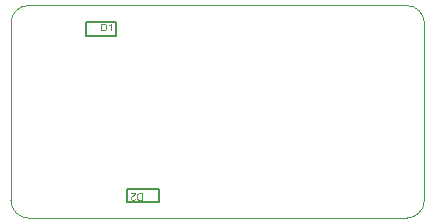
<source format=gbr>
G04*
G04 #@! TF.GenerationSoftware,Altium Limited,Altium Designer,23.1.1 (15)*
G04*
G04 Layer_Color=16711935*
%FSLAX25Y25*%
%MOIN*%
G70*
G04*
G04 #@! TF.SameCoordinates,1495F0C7-D67D-4403-963C-54D1E027F531*
G04*
G04*
G04 #@! TF.FilePolarity,Positive*
G04*
G01*
G75*
%ADD14C,0.00787*%
%ADD63C,0.00394*%
G36*
X417500Y298722D02*
X416532D01*
X416466Y298726D01*
X416393Y298729D01*
X416321Y298737D01*
X416248Y298748D01*
X416186Y298759D01*
X416182D01*
X416175Y298762D01*
X416164D01*
X416150Y298770D01*
X416110Y298780D01*
X416059Y298799D01*
X416000Y298824D01*
X415938Y298857D01*
X415877Y298893D01*
X415818Y298941D01*
X415815Y298944D01*
X415811Y298948D01*
X415800Y298959D01*
X415786Y298970D01*
X415749Y299006D01*
X415705Y299057D01*
X415658Y299119D01*
X415607Y299192D01*
X415560Y299275D01*
X415520Y299370D01*
Y299374D01*
X415516Y299381D01*
X415509Y299396D01*
X415505Y299417D01*
X415494Y299443D01*
X415487Y299472D01*
X415480Y299505D01*
X415469Y299545D01*
X415458Y299585D01*
X415451Y299632D01*
X415433Y299734D01*
X415422Y299847D01*
X415418Y299971D01*
Y299974D01*
Y299982D01*
Y300000D01*
Y300018D01*
X415422Y300044D01*
Y300073D01*
X415425Y300142D01*
X415436Y300222D01*
X415447Y300306D01*
X415465Y300393D01*
X415487Y300480D01*
Y300484D01*
X415491Y300491D01*
X415494Y300502D01*
X415498Y300517D01*
X415513Y300557D01*
X415534Y300608D01*
X415556Y300666D01*
X415585Y300724D01*
X415622Y300786D01*
X415658Y300844D01*
X415662Y300852D01*
X415676Y300870D01*
X415698Y300895D01*
X415727Y300928D01*
X415760Y300964D01*
X415800Y301001D01*
X415840Y301041D01*
X415887Y301074D01*
X415895Y301077D01*
X415909Y301088D01*
X415935Y301103D01*
X415971Y301121D01*
X416015Y301143D01*
X416066Y301161D01*
X416124Y301183D01*
X416190Y301201D01*
X416197D01*
X416208Y301205D01*
X416219Y301208D01*
X416255Y301212D01*
X416306Y301219D01*
X416364Y301227D01*
X416433Y301234D01*
X416510Y301238D01*
X416594Y301241D01*
X417500D01*
Y298722D01*
D02*
G37*
G36*
X415130Y301238D02*
Y301223D01*
Y301201D01*
X415127Y301172D01*
X415123Y301139D01*
X415116Y301103D01*
X415108Y301066D01*
X415094Y301026D01*
Y301023D01*
X415090Y301019D01*
X415083Y300997D01*
X415068Y300964D01*
X415047Y300921D01*
X415018Y300870D01*
X414981Y300812D01*
X414941Y300753D01*
X414890Y300692D01*
Y300688D01*
X414883Y300684D01*
X414865Y300662D01*
X414832Y300630D01*
X414785Y300582D01*
X414730Y300528D01*
X414661Y300462D01*
X414577Y300389D01*
X414486Y300313D01*
X414482Y300309D01*
X414468Y300298D01*
X414446Y300280D01*
X414421Y300258D01*
X414388Y300229D01*
X414348Y300196D01*
X414308Y300160D01*
X414260Y300120D01*
X414169Y300033D01*
X414078Y299945D01*
X414035Y299902D01*
X413995Y299858D01*
X413958Y299818D01*
X413929Y299778D01*
Y299774D01*
X413922Y299771D01*
X413915Y299760D01*
X413907Y299745D01*
X413882Y299705D01*
X413853Y299658D01*
X413827Y299600D01*
X413802Y299538D01*
X413787Y299468D01*
X413780Y299403D01*
Y299399D01*
Y299396D01*
X413784Y299374D01*
X413787Y299337D01*
X413798Y299297D01*
X413813Y299246D01*
X413838Y299195D01*
X413871Y299145D01*
X413915Y299094D01*
X413922Y299086D01*
X413940Y299072D01*
X413966Y299054D01*
X414006Y299028D01*
X414057Y299006D01*
X414115Y298984D01*
X414184Y298970D01*
X414260Y298966D01*
X414282D01*
X414297Y298970D01*
X414340Y298973D01*
X414391Y298984D01*
X414446Y298999D01*
X414508Y299024D01*
X414566Y299057D01*
X414621Y299101D01*
X414628Y299108D01*
X414643Y299126D01*
X414664Y299155D01*
X414686Y299199D01*
X414712Y299250D01*
X414734Y299316D01*
X414748Y299388D01*
X414755Y299472D01*
X415072Y299439D01*
Y299436D01*
X415068Y299425D01*
Y299407D01*
X415065Y299381D01*
X415058Y299352D01*
X415050Y299319D01*
X415039Y299279D01*
X415028Y299239D01*
X414999Y299152D01*
X414956Y299064D01*
X414930Y299021D01*
X414897Y298977D01*
X414865Y298937D01*
X414828Y298901D01*
X414825Y298897D01*
X414817Y298893D01*
X414806Y298882D01*
X414788Y298871D01*
X414766Y298857D01*
X414741Y298842D01*
X414712Y298824D01*
X414675Y298806D01*
X414635Y298788D01*
X414592Y298770D01*
X414544Y298755D01*
X414493Y298740D01*
X414439Y298729D01*
X414381Y298719D01*
X414319Y298715D01*
X414253Y298711D01*
X414217D01*
X414191Y298715D01*
X414162Y298719D01*
X414126Y298722D01*
X414086Y298729D01*
X414046Y298737D01*
X413951Y298762D01*
X413856Y298799D01*
X413809Y298820D01*
X413762Y298846D01*
X413718Y298879D01*
X413678Y298915D01*
X413674Y298919D01*
X413667Y298922D01*
X413660Y298937D01*
X413645Y298952D01*
X413627Y298970D01*
X413609Y298995D01*
X413591Y299021D01*
X413569Y299054D01*
X413532Y299123D01*
X413496Y299210D01*
X413481Y299254D01*
X413474Y299305D01*
X413467Y299356D01*
X413463Y299410D01*
Y299417D01*
Y299436D01*
X413467Y299465D01*
X413471Y299505D01*
X413478Y299549D01*
X413492Y299600D01*
X413507Y299654D01*
X413529Y299709D01*
X413532Y299716D01*
X413540Y299734D01*
X413554Y299763D01*
X413576Y299803D01*
X413605Y299847D01*
X413642Y299902D01*
X413685Y299956D01*
X413736Y300018D01*
X413743Y300025D01*
X413762Y300047D01*
X413780Y300065D01*
X413798Y300084D01*
X413820Y300105D01*
X413849Y300135D01*
X413878Y300164D01*
X413915Y300196D01*
X413951Y300233D01*
X413995Y300273D01*
X414042Y300313D01*
X414093Y300360D01*
X414151Y300408D01*
X414209Y300459D01*
X414213Y300462D01*
X414220Y300469D01*
X414235Y300480D01*
X414253Y300495D01*
X414275Y300517D01*
X414300Y300539D01*
X414359Y300586D01*
X414421Y300641D01*
X414479Y300695D01*
X414530Y300742D01*
X414552Y300761D01*
X414570Y300779D01*
X414573Y300782D01*
X414584Y300793D01*
X414599Y300808D01*
X414617Y300830D01*
X414635Y300855D01*
X414657Y300881D01*
X414701Y300943D01*
X413460D01*
Y301241D01*
X415130D01*
Y301238D01*
D02*
G37*
G36*
X407128Y355259D02*
X406819D01*
Y357228D01*
X406815Y357224D01*
X406797Y357210D01*
X406775Y357188D01*
X406739Y357163D01*
X406699Y357130D01*
X406648Y357093D01*
X406589Y357053D01*
X406524Y357013D01*
X406520D01*
X406517Y357010D01*
X406495Y356995D01*
X406458Y356977D01*
X406415Y356955D01*
X406364Y356930D01*
X406309Y356904D01*
X406254Y356879D01*
X406200Y356857D01*
Y357155D01*
X406204D01*
X406211Y357163D01*
X406225Y357166D01*
X406244Y357177D01*
X406265Y357188D01*
X406291Y357203D01*
X406353Y357239D01*
X406426Y357279D01*
X406498Y357330D01*
X406575Y357388D01*
X406651Y357450D01*
X406655Y357454D01*
X406659Y357457D01*
X406670Y357468D01*
X406684Y357479D01*
X406717Y357516D01*
X406761Y357559D01*
X406804Y357610D01*
X406851Y357669D01*
X406891Y357727D01*
X406928Y357789D01*
X407128D01*
Y355259D01*
D02*
G37*
G36*
X404584Y357774D02*
X404657Y357770D01*
X404729Y357763D01*
X404802Y357752D01*
X404864Y357741D01*
X404868D01*
X404875Y357738D01*
X404886D01*
X404900Y357730D01*
X404941Y357719D01*
X404991Y357701D01*
X405050Y357676D01*
X405112Y357643D01*
X405173Y357607D01*
X405232Y357559D01*
X405235Y357556D01*
X405239Y357552D01*
X405250Y357541D01*
X405264Y357530D01*
X405301Y357494D01*
X405344Y357443D01*
X405392Y357381D01*
X405443Y357308D01*
X405490Y357224D01*
X405530Y357130D01*
Y357126D01*
X405534Y357119D01*
X405541Y357104D01*
X405545Y357083D01*
X405556Y357057D01*
X405563Y357028D01*
X405570Y356995D01*
X405581Y356955D01*
X405592Y356915D01*
X405599Y356868D01*
X405618Y356766D01*
X405628Y356653D01*
X405632Y356529D01*
Y356526D01*
Y356518D01*
Y356500D01*
Y356482D01*
X405628Y356456D01*
Y356427D01*
X405625Y356358D01*
X405614Y356278D01*
X405603Y356194D01*
X405585Y356107D01*
X405563Y356020D01*
Y356016D01*
X405559Y356009D01*
X405556Y355998D01*
X405552Y355983D01*
X405537Y355943D01*
X405516Y355892D01*
X405494Y355834D01*
X405465Y355776D01*
X405428Y355714D01*
X405392Y355656D01*
X405388Y355648D01*
X405374Y355630D01*
X405352Y355605D01*
X405323Y355572D01*
X405290Y355536D01*
X405250Y355499D01*
X405210Y355459D01*
X405162Y355426D01*
X405155Y355423D01*
X405141Y355412D01*
X405115Y355397D01*
X405079Y355379D01*
X405035Y355357D01*
X404984Y355339D01*
X404926Y355317D01*
X404860Y355299D01*
X404853D01*
X404842Y355295D01*
X404831Y355292D01*
X404795Y355288D01*
X404744Y355281D01*
X404686Y355273D01*
X404616Y355266D01*
X404540Y355262D01*
X404456Y355259D01*
X403550D01*
Y357778D01*
X404518D01*
X404584Y357774D01*
D02*
G37*
%LPC*%
G36*
X417165Y300943D02*
X416568D01*
X416543Y300939D01*
X416488Y300935D01*
X416426Y300932D01*
X416361Y300924D01*
X416295Y300914D01*
X416241Y300899D01*
X416233Y300895D01*
X416215Y300892D01*
X416190Y300881D01*
X416157Y300866D01*
X416120Y300844D01*
X416084Y300822D01*
X416048Y300797D01*
X416011Y300768D01*
X416008Y300761D01*
X415993Y300746D01*
X415971Y300721D01*
X415946Y300684D01*
X415917Y300637D01*
X415884Y300582D01*
X415855Y300520D01*
X415829Y300451D01*
Y300448D01*
X415826Y300440D01*
X415822Y300429D01*
X415818Y300415D01*
X415815Y300397D01*
X415807Y300371D01*
X415800Y300346D01*
X415793Y300317D01*
X415782Y300244D01*
X415771Y300160D01*
X415764Y300065D01*
X415760Y299963D01*
Y299960D01*
Y299945D01*
Y299927D01*
X415764Y299898D01*
Y299865D01*
X415767Y299829D01*
X415771Y299785D01*
X415775Y299741D01*
X415793Y299643D01*
X415815Y299541D01*
X415847Y299447D01*
X415869Y299399D01*
X415891Y299359D01*
Y299356D01*
X415898Y299348D01*
X415906Y299337D01*
X415913Y299323D01*
X415942Y299286D01*
X415978Y299243D01*
X416026Y299195D01*
X416080Y299148D01*
X416142Y299108D01*
X416208Y299075D01*
X416215Y299072D01*
X416233Y299068D01*
X416266Y299057D01*
X416313Y299046D01*
X416372Y299039D01*
X416444Y299028D01*
X416488Y299024D01*
X416535D01*
X416583Y299021D01*
X417165D01*
Y300943D01*
D02*
G37*
G36*
X404467Y357479D02*
X403885D01*
Y355557D01*
X404482D01*
X404507Y355561D01*
X404562Y355565D01*
X404624Y355568D01*
X404689Y355576D01*
X404755Y355587D01*
X404809Y355601D01*
X404817Y355605D01*
X404835Y355608D01*
X404860Y355619D01*
X404893Y355634D01*
X404930Y355656D01*
X404966Y355678D01*
X405002Y355703D01*
X405039Y355732D01*
X405042Y355739D01*
X405057Y355754D01*
X405079Y355779D01*
X405104Y355816D01*
X405133Y355863D01*
X405166Y355918D01*
X405195Y355980D01*
X405221Y356049D01*
Y356052D01*
X405224Y356060D01*
X405228Y356071D01*
X405232Y356085D01*
X405235Y356103D01*
X405243Y356129D01*
X405250Y356154D01*
X405257Y356183D01*
X405268Y356256D01*
X405279Y356340D01*
X405286Y356435D01*
X405290Y356537D01*
Y356540D01*
Y356555D01*
Y356573D01*
X405286Y356602D01*
Y356635D01*
X405283Y356671D01*
X405279Y356715D01*
X405275Y356759D01*
X405257Y356857D01*
X405235Y356959D01*
X405203Y357053D01*
X405181Y357101D01*
X405159Y357141D01*
Y357144D01*
X405152Y357152D01*
X405144Y357163D01*
X405137Y357177D01*
X405108Y357214D01*
X405071Y357257D01*
X405024Y357305D01*
X404970Y357352D01*
X404908Y357392D01*
X404842Y357425D01*
X404835Y357428D01*
X404817Y357432D01*
X404784Y357443D01*
X404737Y357454D01*
X404678Y357461D01*
X404606Y357472D01*
X404562Y357476D01*
X404515D01*
X404467Y357479D01*
D02*
G37*
%LPD*%
D14*
X412284Y298335D02*
X422717D01*
X412284D02*
Y302665D01*
X422717D01*
Y298335D02*
Y302665D01*
X398656Y358194D02*
X408444D01*
Y353806D02*
Y358194D01*
X398656Y353806D02*
X408444D01*
X398656D02*
Y358194D01*
D63*
X511295Y357961D02*
G03*
X505390Y363866I-5906J0D01*
G01*
Y293000D02*
G03*
X511295Y298905I0J5906D01*
G01*
X379405Y363866D02*
G03*
X373500Y357961I0J-5906D01*
G01*
Y298905D02*
G03*
X379405Y293000I5906J0D01*
G01*
X505390D01*
X379405Y363866D02*
X505390D01*
X511295Y298905D02*
Y357961D01*
X373500Y298905D02*
Y357961D01*
M02*

</source>
